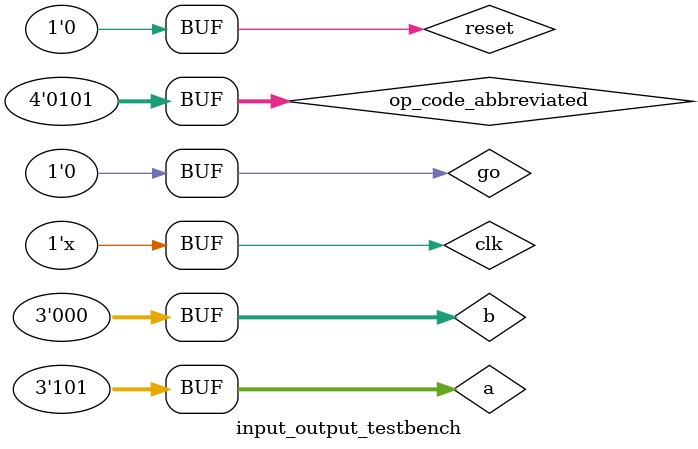
<source format=v>
`timescale 1ns / 1ps


module input_output_testbench;
reg clk;
reg [2:0]a;
reg [2:0] b;
reg [3:0]op_code_abbreviated;
reg reset;
reg go;
wire[6:0] segments;
wire [7:0]digits;
wire [2:0]rgb1;
wire [2:0] rgb2;
 wire horizSyncOut;
wire vertSyncOut;
wire[3:0]VGA_R;
wire[3:0]VGA_G;
wire [3:0]VGA_B;
input_output UUT(clk,a,b,reset,go,op_code_abbreviated,segments,digits,rgb1,rgb2, horizSyncOut,vertSyncOut,VGA_R,VGA_G,VGA_B);
initial begin
clk=0;a=0;b=0;op_code_abbreviated=0;go=0;reset=0;

//#10 reset=1;
//#10 reset=0;

#100 op_code_abbreviated=5;a=5;


end

always
#2 clk=~clk;

endmodule

</source>
